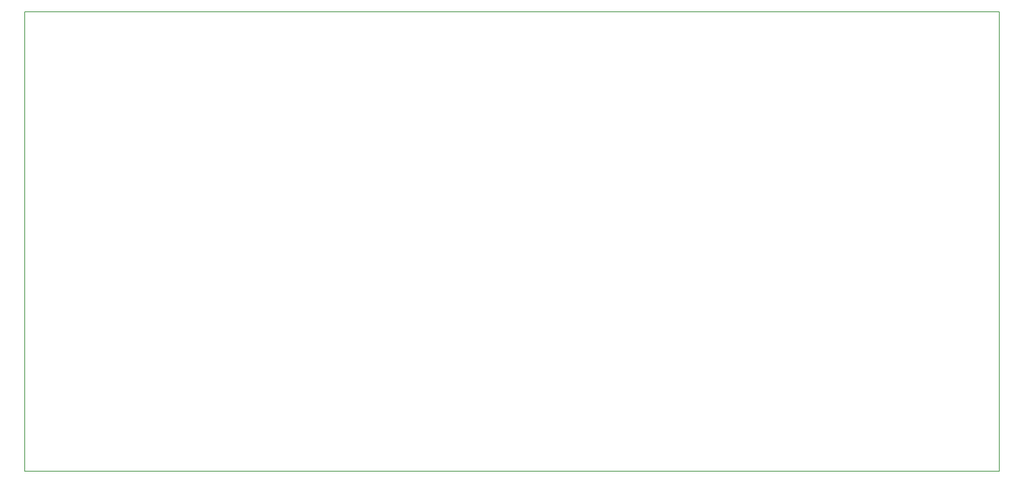
<source format=gbr>
%TF.GenerationSoftware,KiCad,Pcbnew,(6.0.0-0)*%
%TF.CreationDate,2022-11-09T21:30:41-05:00*%
%TF.ProjectId,SEQUENCER,53455155-454e-4434-9552-2e6b69636164,rev?*%
%TF.SameCoordinates,Original*%
%TF.FileFunction,Profile,NP*%
%FSLAX46Y46*%
G04 Gerber Fmt 4.6, Leading zero omitted, Abs format (unit mm)*
G04 Created by KiCad (PCBNEW (6.0.0-0)) date 2022-11-09 21:30:41*
%MOMM*%
%LPD*%
G01*
G04 APERTURE LIST*
%TA.AperFunction,Profile*%
%ADD10C,0.150000*%
%TD*%
G04 APERTURE END LIST*
D10*
X97282000Y-66802000D02*
X321056000Y-66802000D01*
X321056000Y-66802000D02*
X321056000Y-172466000D01*
X321056000Y-172466000D02*
X97282000Y-172466000D01*
X97282000Y-172466000D02*
X97282000Y-66802000D01*
M02*

</source>
